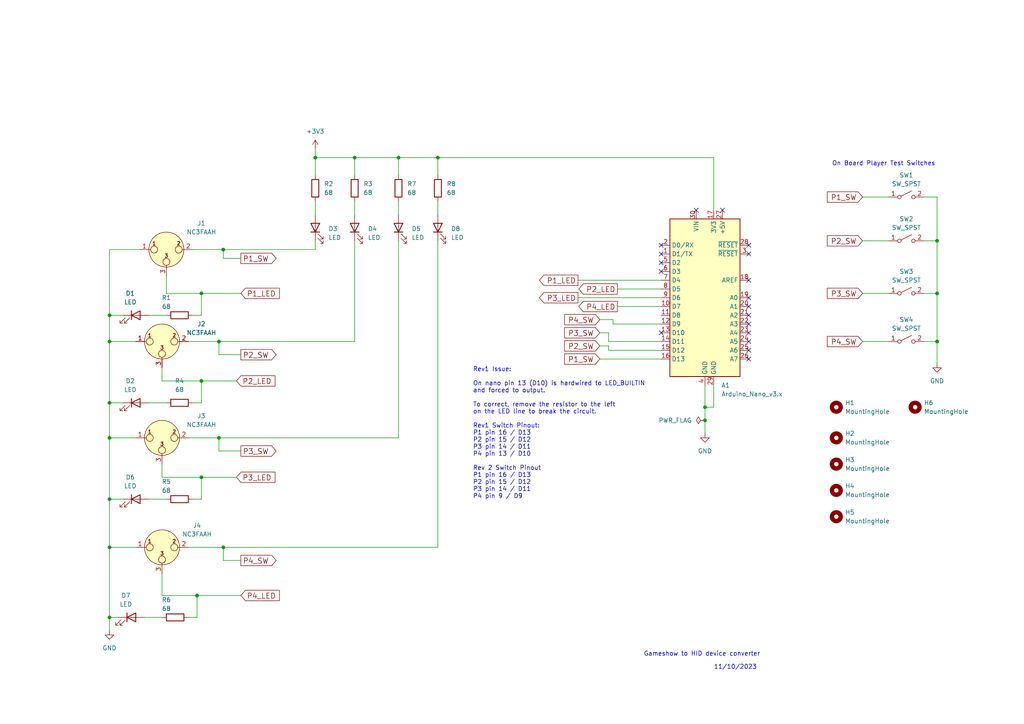
<source format=kicad_sch>
(kicad_sch (version 20230121) (generator eeschema)
  (paper "A4")
  (lib_symbols
    (symbol "Connector_Audio:NC3FAAH" (pin_names hide)
      (property "Reference" "J" (at 0 8.89 0))
      (property "Value" "NC3FAAH" (at 0 6.35 0))
      (symbol "NC3FAAH_0_1"
        (circle (center -3.556 0) (radius 1.016))
        (circle (center 0 -3.556) (radius 1.016))
        (polyline (pts (xy -5.08 0) (xy -4.572 0)))
        (polyline (pts (xy 0 -5.08) (xy 0 -4.572)))
        (polyline (pts (xy 5.08 0) (xy 4.572 0)))
        (circle (center 0 0) (radius 5.08) (fill (type background)))
        (circle (center 3.556 0) (radius 1.016))
        (text "1" (at -3.556 1.778 0) (effects (font (size 1.016 1.016) bold)))
        (text "2" (at 3.556 1.778 0) (effects (font (size 1.016 1.016) bold)))
        (text "3" (at 0 -1.778 0) (effects (font (size 1.016 1.016) bold)))
        (pin passive line (at -7.62 0 0) (length 2.54) (name "~") (number "1"))
        (pin passive line (at 7.62 0 180) (length 2.54) (name "~") (number "2"))
        (pin passive line (at 0 -7.62 90) (length 2.54) (name "~") (number "3"))
      )
    )
    (symbol "Device:LED" (pin_numbers hide) (pin_names (offset 1.016) hide)
      (property "Reference" "D" (at 0 2.54 0))
      (property "Value" "LED" (at 0 -2.54 0))
      (symbol "LED_0_1"
        (polyline (pts (xy -1.27 -1.27) (xy -1.27 1.27)) (stroke (width 0.254)))
        (polyline (pts (xy -1.27 0) (xy 1.27 0)))
        (polyline (pts (xy 1.27 -1.27) (xy 1.27 1.27) (xy -1.27 0) (xy 1.27 -1.27)) (stroke (width 0.254)))
        (polyline (pts (xy -3.048 -0.762) (xy -4.572 -2.286) (xy -3.81 -2.286) (xy -4.572 -2.286) (xy -4.572 -1.524)))
        (polyline (pts (xy -1.778 -0.762) (xy -3.302 -2.286) (xy -2.54 -2.286) (xy -3.302 -2.286) (xy -3.302 -1.524)))
      )
      (symbol "LED_1_1"
        (pin passive line (at -3.81 0 0) (length 2.54) (name "K") (number "1"))
        (pin passive line (at 3.81 0 180) (length 2.54) (name "A") (number "2"))
      )
    )
    (symbol "Device:R" (pin_numbers hide) (pin_names (offset 0))
      (property "Reference" "R" (at 2.032 0 90))
      (property "Value" "R" (at 0 0 90))
      (symbol "R_0_1"
        (rectangle (start -1.016 -2.54) (end 1.016 2.54) (stroke (width 0.254)))
      )
      (symbol "R_1_1"
        (pin passive line (at 0 3.81 270) (length 1.27) (name "~") (number "1"))
        (pin passive line (at 0 -3.81 90) (length 1.27) (name "~") (number "2"))
      )
    )
    (symbol "MCU_Module:Arduino_Nano_v3.x"
      (property "Reference" "A" (at -10.16 23.495 0))
      (property "Value" "Arduino_Nano_v3.x" (at 5.08 -24.13 0))
      (symbol "Arduino_Nano_v3.x_0_1"
        (rectangle (start -10.16 22.86) (end 10.16 -22.86) (stroke (width 0.254)) (fill (type background)))
      )
      (symbol "Arduino_Nano_v3.x_1_1"
        (pin bidirectional line (at -12.7 12.7 0) (length 2.54) (name "D1/TX") (number "1"))
        (pin bidirectional line (at -12.7 -2.54 0) (length 2.54) (name "D7") (number "10"))
        (pin bidirectional line (at -12.7 -5.08 0) (length 2.54) (name "D8") (number "11"))
        (pin bidirectional line (at -12.7 -7.62 0) (length 2.54) (name "D9") (number "12"))
        (pin bidirectional line (at -12.7 -10.16 0) (length 2.54) (name "D10") (number "13"))
        (pin bidirectional line (at -12.7 -12.7 0) (length 2.54) (name "D11") (number "14"))
        (pin bidirectional line (at -12.7 -15.24 0) (length 2.54) (name "D12") (number "15"))
        (pin bidirectional line (at -12.7 -17.78 0) (length 2.54) (name "D13") (number "16"))
        (pin power_out line (at 2.54 25.4 270) (length 2.54) (name "3V3") (number "17"))
        (pin input line (at 12.7 5.08 180) (length 2.54) (name "AREF") (number "18"))
        (pin bidirectional line (at 12.7 0 180) (length 2.54) (name "A0") (number "19"))
        (pin bidirectional line (at -12.7 15.24 0) (length 2.54) (name "D0/RX") (number "2"))
        (pin bidirectional line (at 12.7 -2.54 180) (length 2.54) (name "A1") (number "20"))
        (pin bidirectional line (at 12.7 -5.08 180) (length 2.54) (name "A2") (number "21"))
        (pin bidirectional line (at 12.7 -7.62 180) (length 2.54) (name "A3") (number "22"))
        (pin bidirectional line (at 12.7 -10.16 180) (length 2.54) (name "A4") (number "23"))
        (pin bidirectional line (at 12.7 -12.7 180) (length 2.54) (name "A5") (number "24"))
        (pin bidirectional line (at 12.7 -15.24 180) (length 2.54) (name "A6") (number "25"))
        (pin bidirectional line (at 12.7 -17.78 180) (length 2.54) (name "A7") (number "26"))
        (pin power_out line (at 5.08 25.4 270) (length 2.54) (name "+5V") (number "27"))
        (pin input line (at 12.7 15.24 180) (length 2.54) (name "~{RESET}") (number "28"))
        (pin power_in line (at 2.54 -25.4 90) (length 2.54) (name "GND") (number "29"))
        (pin input line (at 12.7 12.7 180) (length 2.54) (name "~{RESET}") (number "3"))
        (pin power_in line (at -2.54 25.4 270) (length 2.54) (name "VIN") (number "30"))
        (pin power_in line (at 0 -25.4 90) (length 2.54) (name "GND") (number "4"))
        (pin bidirectional line (at -12.7 10.16 0) (length 2.54) (name "D2") (number "5"))
        (pin bidirectional line (at -12.7 7.62 0) (length 2.54) (name "D3") (number "6"))
        (pin bidirectional line (at -12.7 5.08 0) (length 2.54) (name "D4") (number "7"))
        (pin bidirectional line (at -12.7 2.54 0) (length 2.54) (name "D5") (number "8"))
        (pin bidirectional line (at -12.7 0 0) (length 2.54) (name "D6") (number "9"))
      )
    )
    (symbol "Mechanical:MountingHole" (pin_names (offset 1.016))
      (property "Reference" "H" (at 0 5.08 0))
      (property "Value" "MountingHole" (at 0 3.175 0))
      (symbol "MountingHole_0_1"
        (circle (center 0 0) (radius 1.27) (stroke (width 1.27)))
      )
    )
    (symbol "Switch:SW_SPST" (pin_names (offset 0) hide)
      (property "Reference" "SW" (at 0 3.175 0))
      (property "Value" "SW_SPST" (at 0 -2.54 0))
      (symbol "SW_SPST_0_0"
        (circle (center -2.032 0) (radius 0.508))
        (polyline (pts (xy -1.524 0.254) (xy 1.524 1.778)))
        (circle (center 2.032 0) (radius 0.508))
      )
      (symbol "SW_SPST_1_1"
        (pin passive line (at -5.08 0 0) (length 2.54) (name "A") (number "1"))
        (pin passive line (at 5.08 0 180) (length 2.54) (name "B") (number "2"))
      )
    )
    (symbol "power:+3V3" (power) (pin_names (offset 0))
      (property "Value" "+3V3" (at 0 3.556 0))
      (symbol "+3V3_0_1"
        (polyline (pts (xy -0.762 1.27) (xy 0 2.54)))
        (polyline (pts (xy 0 0) (xy 0 2.54)))
        (polyline (pts (xy 0 2.54) (xy 0.762 1.27)))
      )
      (symbol "+3V3_1_1"
        (pin power_in line (at 0 0 90) (length 0) hide (name "+3V3") (number "1"))
      )
    )
    (symbol "power:GND" (power) (pin_names (offset 0))
      (property "Value" "GND" (at 0 -3.81 0))
      (symbol "GND_0_1"
        (polyline (pts (xy 0 0) (xy 0 -1.27) (xy 1.27 -1.27) (xy 0 -2.54) (xy -1.27 -1.27) (xy 0 -1.27)))
      )
      (symbol "GND_1_1"
        (pin power_in line (at 0 0 270) (length 0) hide (name "GND") (number "1"))
      )
    )
    (symbol "power:PWR_FLAG" (power) (pin_numbers hide) (pin_names (offset 0) hide)
      (property "Value" "PWR_FLAG" (at 0 3.81 0))
      (symbol "PWR_FLAG_0_0"
        (pin power_out line (at 0 0 90) (length 0) (name "pwr") (number "1"))
      )
      (symbol "PWR_FLAG_0_1"
        (polyline (pts (xy 0 0) (xy 0 1.27) (xy -1.016 1.905) (xy 0 2.54) (xy 1.016 1.905) (xy 0 1.27)))
      )
    )
  )
  (junction (at 31.75 91.44))
  (junction (at 31.75 127))
  (junction (at 204.47 121.92))
  (junction (at 58.42 85.09))
  (junction (at 31.75 99.06))
  (junction (at 58.42 110.49))
  (junction (at 64.77 158.75))
  (junction (at 31.75 144.78))
  (junction (at 271.78 85.09))
  (junction (at 271.78 99.06))
  (junction (at 127 45.72))
  (junction (at 57.15 172.72))
  (junction (at 58.42 138.43))
  (junction (at 63.5 127))
  (junction (at 31.75 116.84))
  (junction (at 102.87 45.72))
  (junction (at 31.75 158.75))
  (junction (at 204.47 118.11))
  (junction (at 64.77 72.39))
  (junction (at 271.78 69.85))
  (junction (at 115.57 45.72))
  (junction (at 91.44 45.72))
  (junction (at 31.75 179.07))
  (junction (at 63.5 99.06))
  (no_connect (at 217.17 91.44))
  (no_connect (at 191.77 73.66))
  (no_connect (at 201.93 60.96))
  (no_connect (at 191.77 76.2))
  (no_connect (at 217.17 96.52))
  (no_connect (at 217.17 86.36))
  (no_connect (at 191.77 78.74))
  (no_connect (at 217.17 93.98))
  (no_connect (at 209.55 60.96))
  (no_connect (at 217.17 71.12))
  (no_connect (at 217.17 99.06))
  (no_connect (at 217.17 81.28))
  (no_connect (at 191.77 96.52))
  (no_connect (at 217.17 73.66))
  (no_connect (at 217.17 88.9))
  (no_connect (at 217.17 101.6))
  (no_connect (at 217.17 104.14))
  (no_connect (at 191.77 71.12))
  (wire (pts (xy 35.56 116.84) (xy 31.75 116.84)))
  (wire (pts (xy 69.85 85.09) (xy 58.42 85.09)))
  (wire (pts (xy 31.75 127) (xy 31.75 144.78)))
  (wire (pts (xy 31.75 72.39) (xy 40.64 72.39)))
  (wire (pts (xy 35.56 144.78) (xy 31.75 144.78)))
  (wire (pts (xy 64.77 72.39) (xy 91.44 72.39)))
  (wire (pts (xy 102.87 45.72) (xy 102.87 50.8)))
  (wire (pts (xy 31.75 91.44) (xy 31.75 99.06)))
  (wire (pts (xy 250.19 99.06) (xy 257.81 99.06)))
  (wire (pts (xy 31.75 72.39) (xy 31.75 91.44)))
  (wire (pts (xy 58.42 85.09) (xy 58.42 91.44)))
  (wire (pts (xy 63.5 130.81) (xy 63.5 127)))
  (wire (pts (xy 127 58.42) (xy 127 62.23)))
  (wire (pts (xy 115.57 45.72) (xy 127 45.72)))
  (wire (pts (xy 271.78 99.06) (xy 271.78 85.09)))
  (wire (pts (xy 207.01 118.11) (xy 204.47 118.11)))
  (wire (pts (xy 91.44 45.72) (xy 91.44 50.8)))
  (wire (pts (xy 63.5 102.87) (xy 63.5 99.06)))
  (wire (pts (xy 31.75 158.75) (xy 39.37 158.75)))
  (wire (pts (xy 271.78 57.15) (xy 267.97 57.15)))
  (wire (pts (xy 127 45.72) (xy 207.01 45.72)))
  (wire (pts (xy 31.75 99.06) (xy 39.37 99.06)))
  (wire (pts (xy 46.99 172.72) (xy 57.15 172.72)))
  (wire (pts (xy 91.44 58.42) (xy 91.44 62.23)))
  (wire (pts (xy 63.5 99.06) (xy 102.87 99.06)))
  (wire (pts (xy 58.42 110.49) (xy 58.42 116.84)))
  (wire (pts (xy 127 45.72) (xy 127 50.8)))
  (wire (pts (xy 48.26 144.78) (xy 43.18 144.78)))
  (wire (pts (xy 115.57 127) (xy 115.57 69.85)))
  (wire (pts (xy 91.44 45.72) (xy 102.87 45.72)))
  (wire (pts (xy 58.42 138.43) (xy 58.42 144.78)))
  (wire (pts (xy 176.53 100.33) (xy 173.99 100.33)))
  (wire (pts (xy 58.42 144.78) (xy 55.88 144.78)))
  (wire (pts (xy 207.01 111.76) (xy 207.01 118.11)))
  (wire (pts (xy 204.47 118.11) (xy 204.47 121.92)))
  (wire (pts (xy 191.77 83.82) (xy 179.07 83.82)))
  (wire (pts (xy 115.57 58.42) (xy 115.57 62.23)))
  (wire (pts (xy 55.88 72.39) (xy 64.77 72.39)))
  (wire (pts (xy 58.42 85.09) (xy 48.26 85.09)))
  (wire (pts (xy 191.77 101.6) (xy 176.53 101.6)))
  (wire (pts (xy 91.44 43.18) (xy 91.44 45.72)))
  (wire (pts (xy 54.61 127) (xy 63.5 127)))
  (wire (pts (xy 64.77 74.93) (xy 64.77 72.39)))
  (wire (pts (xy 48.26 116.84) (xy 43.18 116.84)))
  (wire (pts (xy 54.61 99.06) (xy 63.5 99.06)))
  (wire (pts (xy 204.47 121.92) (xy 204.47 125.73)))
  (wire (pts (xy 57.15 179.07) (xy 54.61 179.07)))
  (wire (pts (xy 267.97 85.09) (xy 271.78 85.09)))
  (wire (pts (xy 31.75 144.78) (xy 31.75 158.75)))
  (wire (pts (xy 54.61 158.75) (xy 64.77 158.75)))
  (wire (pts (xy 57.15 172.72) (xy 69.85 172.72)))
  (wire (pts (xy 102.87 45.72) (xy 115.57 45.72)))
  (wire (pts (xy 102.87 99.06) (xy 102.87 69.85)))
  (wire (pts (xy 31.75 127) (xy 39.37 127)))
  (wire (pts (xy 46.99 166.37) (xy 46.99 172.72)))
  (wire (pts (xy 191.77 104.14) (xy 173.99 104.14)))
  (wire (pts (xy 46.99 179.07) (xy 41.91 179.07)))
  (wire (pts (xy 46.99 138.43) (xy 58.42 138.43)))
  (wire (pts (xy 267.97 99.06) (xy 271.78 99.06)))
  (wire (pts (xy 176.53 101.6) (xy 176.53 100.33)))
  (wire (pts (xy 31.75 116.84) (xy 31.75 127)))
  (wire (pts (xy 46.99 110.49) (xy 58.42 110.49)))
  (wire (pts (xy 58.42 138.43) (xy 68.58 138.43)))
  (wire (pts (xy 46.99 106.68) (xy 46.99 110.49)))
  (wire (pts (xy 46.99 134.62) (xy 46.99 138.43)))
  (wire (pts (xy 31.75 99.06) (xy 31.75 116.84)))
  (wire (pts (xy 177.8 92.71) (xy 177.8 93.98)))
  (wire (pts (xy 191.77 99.06) (xy 176.53 99.06)))
  (wire (pts (xy 64.77 158.75) (xy 127 158.75)))
  (wire (pts (xy 69.85 74.93) (xy 64.77 74.93)))
  (wire (pts (xy 102.87 58.42) (xy 102.87 62.23)))
  (wire (pts (xy 176.53 96.52) (xy 173.99 96.52)))
  (wire (pts (xy 271.78 85.09) (xy 271.78 69.85)))
  (wire (pts (xy 69.85 102.87) (xy 63.5 102.87)))
  (wire (pts (xy 177.8 92.71) (xy 173.99 92.71)))
  (wire (pts (xy 48.26 85.09) (xy 48.26 80.01)))
  (wire (pts (xy 57.15 172.72) (xy 57.15 179.07)))
  (wire (pts (xy 204.47 111.76) (xy 204.47 118.11)))
  (wire (pts (xy 250.19 57.15) (xy 257.81 57.15)))
  (wire (pts (xy 69.85 162.56) (xy 64.77 162.56)))
  (wire (pts (xy 177.8 93.98) (xy 191.77 93.98)))
  (wire (pts (xy 58.42 91.44) (xy 55.88 91.44)))
  (wire (pts (xy 31.75 179.07) (xy 31.75 182.88)))
  (wire (pts (xy 34.29 179.07) (xy 31.75 179.07)))
  (wire (pts (xy 115.57 45.72) (xy 115.57 50.8)))
  (wire (pts (xy 91.44 72.39) (xy 91.44 69.85)))
  (wire (pts (xy 35.56 91.44) (xy 31.75 91.44)))
  (wire (pts (xy 58.42 116.84) (xy 55.88 116.84)))
  (wire (pts (xy 271.78 69.85) (xy 271.78 57.15)))
  (wire (pts (xy 31.75 158.75) (xy 31.75 179.07)))
  (wire (pts (xy 167.64 81.28) (xy 191.77 81.28)))
  (wire (pts (xy 176.53 99.06) (xy 176.53 96.52)))
  (wire (pts (xy 179.07 88.9) (xy 191.77 88.9)))
  (wire (pts (xy 64.77 162.56) (xy 64.77 158.75)))
  (wire (pts (xy 127 158.75) (xy 127 69.85)))
  (wire (pts (xy 58.42 110.49) (xy 68.58 110.49)))
  (wire (pts (xy 250.19 85.09) (xy 257.81 85.09)))
  (wire (pts (xy 271.78 105.41) (xy 271.78 99.06)))
  (wire (pts (xy 250.19 69.85) (xy 257.81 69.85)))
  (wire (pts (xy 69.85 130.81) (xy 63.5 130.81)))
  (wire (pts (xy 207.01 45.72) (xy 207.01 60.96)))
  (wire (pts (xy 267.97 69.85) (xy 271.78 69.85)))
  (wire (pts (xy 167.64 86.36) (xy 191.77 86.36)))
  (wire (pts (xy 63.5 127) (xy 115.57 127)))
  (wire (pts (xy 48.26 91.44) (xy 43.18 91.44)))
  (text "On Board Player Test Switches" (at 241.3 48.26 0) (effects (font (size 1.27 1.27)) (justify left bottom)))
  (text "11/10/2023" (at 207.01 194.31 0) (effects (font (size 1.27 1.27)) (justify left bottom)))
  (text "Rev1 Issue:\n\nOn nano pin 13 (D10) is hardwired to LED_BUILTIN\nand forced to output.\n\nTo correct, remove the resistor to the left\non the LED line to break the circuit.\n\nRev1 Switch Pinout:\nP1 pin 16 / D13\nP2 pin 15 / D12\nP3 pin 14 / D11\nP4 pin 13 / D10\n\nRev 2 Switch Pinout\nP1 pin 16 / D13\nP2 pin 15 / D12\nP3 pin 14 / D11\nP4 pin 9 / D9\n" (at 137.16 144.78 0) (effects (font (size 1.27 1.27)) (justify left bottom)))
  (text "Gameshow to HID device converter" (at 186.69 190.5 0) (effects (font (size 1.27 1.27)) (justify left bottom)))
  (global_label "P1_SW" (shape input) (at 173.99 104.14 180) (effects (font (size 1.524 1.524))) (property "Intersheetrefs" "${INTERSHEET_REFS}" (effects hide)))
  (global_label "P1_LED" (shape output) (at 167.64 81.28 180) (effects (font (size 1.524 1.524))) (property "Intersheetrefs" "${INTERSHEET_REFS}" (effects hide)))
  (global_label "P4_LED" (shape output) (at 179.07 88.9 180) (effects (font (size 1.524 1.524))) (property "Intersheetrefs" "${INTERSHEET_REFS}" (effects hide)))
  (global_label "P4_LED" (shape input) (at 69.85 172.72 0) (effects (font (size 1.524 1.524))) (property "Intersheetrefs" "${INTERSHEET_REFS}" (effects hide)))
  (global_label "P3_LED" (shape output) (at 167.64 86.36 180) (effects (font (size 1.524 1.524))) (property "Intersheetrefs" "${INTERSHEET_REFS}" (effects hide)))
  (global_label "P1_LED" (shape input) (at 69.85 85.09 0) (effects (font (size 1.524 1.524))) (property "Intersheetrefs" "${INTERSHEET_REFS}" (effects hide)))
  (global_label "P2_LED" (shape output) (at 179.07 83.82 180) (effects (font (size 1.524 1.524))) (property "Intersheetrefs" "${INTERSHEET_REFS}" (effects hide)))
  (global_label "P4_SW" (shape input) (at 250.19 99.06 180) (effects (font (size 1.524 1.524))) (property "Intersheetrefs" "${INTERSHEET_REFS}" (effects hide)))
  (global_label "P3_SW" (shape input) (at 173.99 96.52 180) (effects (font (size 1.524 1.524))) (property "Intersheetrefs" "${INTERSHEET_REFS}" (effects hide)))
  (global_label "P2_SW" (shape input) (at 250.19 69.85 180) (effects (font (size 1.524 1.524))) (property "Intersheetrefs" "${INTERSHEET_REFS}" (effects hide)))
  (global_label "P4_SW" (shape output) (at 69.85 162.56 0) (effects (font (size 1.524 1.524))) (property "Intersheetrefs" "${INTERSHEET_REFS}" (effects hide)))
  (global_label "P2_SW" (shape input) (at 173.99 100.33 180) (effects (font (size 1.524 1.524))) (property "Intersheetrefs" "${INTERSHEET_REFS}" (effects hide)))
  (global_label "P3_SW" (shape input) (at 250.19 85.09 180) (effects (font (size 1.524 1.524))) (property "Intersheetrefs" "${INTERSHEET_REFS}" (effects hide)))
  (global_label "P2_SW" (shape output) (at 69.85 102.87 0) (effects (font (size 1.524 1.524))) (property "Intersheetrefs" "${INTERSHEET_REFS}" (effects hide)))
  (global_label "P3_SW" (shape output) (at 69.85 130.81 0) (effects (font (size 1.524 1.524))) (property "Intersheetrefs" "${INTERSHEET_REFS}" (effects hide)))
  (global_label "P1_SW" (shape input) (at 250.19 57.15 180) (effects (font (size 1.524 1.524))) (property "Intersheetrefs" "${INTERSHEET_REFS}" (effects hide)))
  (global_label "P1_SW" (shape output) (at 69.85 74.93 0) (effects (font (size 1.524 1.524))) (property "Intersheetrefs" "${INTERSHEET_REFS}" (effects hide)))
  (global_label "P2_LED" (shape input) (at 68.58 110.49 0) (effects (font (size 1.524 1.524))) (property "Intersheetrefs" "${INTERSHEET_REFS}" (effects hide)))
  (global_label "P4_SW" (shape input) (at 173.99 92.71 180) (effects (font (size 1.524 1.524))) (property "Intersheetrefs" "${INTERSHEET_REFS}" (effects hide)))
  (global_label "P3_LED" (shape input) (at 68.58 138.43 0) (effects (font (size 1.524 1.524))) (property "Intersheetrefs" "${INTERSHEET_REFS}" (effects hide)))
  (symbol (lib_id "Mechanical:MountingHole") (at 242.57 142.24 0) (unit 1)
    (property "Reference" "H4" (at 245.11 140.97 0) (effects (justify left)))
    (property "Value" "MountingHole" (at 245.11 143.51 0) (effects (justify left)))
    (property "Footprint" "MountingHole:MountingHole_3.2mm_M3" (effects hide))
  )
  (symbol (lib_id "Mechanical:MountingHole") (at 242.57 134.62 0) (unit 1)
    (property "Reference" "H3" (at 245.11 133.35 0) (effects (justify left)))
    (property "Value" "MountingHole" (at 245.11 135.89 0) (effects (justify left)))
    (property "Footprint" "MountingHole:MountingHole_3.2mm_M3" (effects hide))
  )
  (symbol (lib_id "Device:R") (at 102.87 54.61 0) (unit 1)
    (property "Reference" "R3" (at 105.41 53.34 0) (effects (justify left)))
    (property "Value" "68" (at 105.41 55.88 0) (effects (justify left)))
    (property "Footprint" "Resistor_SMD:R_0805_2012Metric" (effects hide))
  )
  (symbol (lib_id "MCU_Module:Arduino_Nano_v3.x") (at 204.47 86.36 0) (unit 1)
    (property "Reference" "A1" (at 209.2041 111.76 0) (effects (justify left)))
    (property "Value" "Arduino_Nano_v3.x" (at 209.2041 114.3 0) (effects (justify left)))
    (property "Footprint" "Module:Arduino_Nano" (effects hide))
    (property "Datasheet" "http://www.mouser.com/pdfdocs/Gravitech_Arduino_Nano3_0.pdf" (effects hide))
  )
  (symbol (lib_id "Mechanical:MountingHole") (at 242.57 127 0) (unit 1)
    (property "Reference" "H2" (at 245.11 125.73 0) (effects (justify left)))
    (property "Value" "MountingHole" (at 245.11 128.27 0) (effects (justify left)))
    (property "Footprint" "MountingHole:MountingHole_3.2mm_M3" (effects hide))
  )
  (symbol (lib_id "Switch:SW_SPST") (at 262.89 69.85 0) (unit 1)
    (property "Reference" "SW2" (at 262.89 63.5 0))
    (property "Value" "SW_SPST" (at 262.89 66.04 0))
    (property "Footprint" "Button_Switch_SMD:SW_SPST_Omron_B3FS-101xP" (effects hide))
  )
  (symbol (lib_id "power:PWR_FLAG") (at 204.47 121.92 90) (unit 1)
    (property "Reference" "#FLG01" (effects hide))
    (property "Value" "PWR_FLAG" (at 200.66 121.92 90) (effects (justify left)))
  )
  (symbol (lib_id "Switch:SW_SPST") (at 262.89 57.15 0) (unit 1)
    (property "Reference" "SW1" (at 262.89 50.8 0))
    (property "Value" "SW_SPST" (at 262.89 53.34 0))
    (property "Footprint" "Button_Switch_SMD:SW_SPST_Omron_B3FS-101xP" (effects hide))
  )
  (symbol (lib_id "Connector_Audio:NC3FAAH") (at 46.99 99.06 0) (unit 1)
    (property "Reference" "J2" (at 58.42 93.98 0))
    (property "Value" "NC3FAAH" (at 58.42 96.52 0))
    (property "Footprint" "Connector_Audio:Jack_XLR_Neutrik_NC3FAAH_Horizontal" (effects hide))
    (property "Datasheet" "https://www.neutrik.com/en/product/nc3faah" (effects hide))
  )
  (symbol (lib_id "Mechanical:MountingHole") (at 242.57 118.11 0) (unit 1)
    (property "Reference" "H1" (at 245.11 116.84 0) (effects (justify left)))
    (property "Value" "MountingHole" (at 245.11 119.38 0) (effects (justify left)))
    (property "Footprint" "MountingHole:MountingHole_3.2mm_M3" (effects hide))
  )
  (symbol (lib_id "power:GND") (at 271.78 105.41 0) (unit 1)
    (property "Reference" "#PWR03" (effects hide))
    (property "Value" "GND" (at 271.78 110.49 0))
  )
  (symbol (lib_id "Device:LED") (at 39.37 91.44 0) (unit 1)
    (property "Reference" "D1" (at 37.7825 85.09 0))
    (property "Value" "LED" (at 37.7825 87.63 0))
    (property "Footprint" "LED_SMD:LED_0805_2012Metric" (effects hide))
  )
  (symbol (lib_id "Connector_Audio:NC3FAAH") (at 46.99 127 0) (unit 1)
    (property "Reference" "J3" (at 58.42 120.65 0))
    (property "Value" "NC3FAAH" (at 58.42 123.19 0))
    (property "Footprint" "Connector_Audio:Jack_XLR_Neutrik_NC3FAAH_Horizontal" (effects hide))
    (property "Datasheet" "https://www.neutrik.com/en/product/nc3faah" (effects hide))
  )
  (symbol (lib_id "Device:LED") (at 91.44 66.04 90) (unit 1)
    (property "Reference" "D3" (at 95.25 66.3575 90) (effects (justify right)))
    (property "Value" "LED" (at 95.25 68.8975 90) (effects (justify right)))
    (property "Footprint" "LED_SMD:LED_0805_2012Metric" (effects hide))
  )
  (symbol (lib_id "Connector_Audio:NC3FAAH") (at 46.99 158.75 0) (unit 1)
    (property "Reference" "J4" (at 57.15 152.4 0))
    (property "Value" "NC3FAAH" (at 57.15 154.94 0))
    (property "Footprint" "Connector_Audio:Jack_XLR_Neutrik_NC3FAAH_Horizontal" (effects hide))
    (property "Datasheet" "https://www.neutrik.com/en/product/nc3faah" (effects hide))
  )
  (symbol (lib_id "Device:LED") (at 127 66.04 90) (unit 1)
    (property "Reference" "D8" (at 130.81 66.3575 90) (effects (justify right)))
    (property "Value" "LED" (at 130.81 68.8975 90) (effects (justify right)))
    (property "Footprint" "LED_SMD:LED_0805_2012Metric" (effects hide))
  )
  (symbol (lib_id "Device:R") (at 52.07 91.44 90) (unit 1)
    (property "Reference" "R1" (at 48.26 86.36 90))
    (property "Value" "68" (at 48.26 88.9 90))
    (property "Footprint" "Resistor_SMD:R_0805_2012Metric" (effects hide))
  )
  (symbol (lib_id "power:GND") (at 204.47 125.73 0) (unit 1)
    (property "Reference" "#PWR04" (effects hide))
    (property "Value" "GND" (at 204.47 130.81 0))
  )
  (symbol (lib_id "Switch:SW_SPST") (at 262.89 99.06 0) (unit 1)
    (property "Reference" "SW4" (at 262.89 92.71 0))
    (property "Value" "SW_SPST" (at 262.89 95.25 0))
    (property "Footprint" "Button_Switch_SMD:SW_SPST_Omron_B3FS-101xP" (effects hide))
  )
  (symbol (lib_id "Device:R") (at 115.57 54.61 0) (unit 1)
    (property "Reference" "R7" (at 118.11 53.34 0) (effects (justify left)))
    (property "Value" "68" (at 118.11 55.88 0) (effects (justify left)))
    (property "Footprint" "Resistor_SMD:R_0805_2012Metric" (effects hide))
  )
  (symbol (lib_id "Device:LED") (at 39.37 144.78 0) (unit 1)
    (property "Reference" "D6" (at 37.7825 138.43 0))
    (property "Value" "LED" (at 37.7825 140.97 0))
    (property "Footprint" "LED_SMD:LED_0805_2012Metric" (effects hide))
  )
  (symbol (lib_id "Connector_Audio:NC3FAAH") (at 48.26 72.39 0) (unit 1)
    (property "Reference" "J1" (at 58.42 64.77 0))
    (property "Value" "NC3FAAH" (at 58.42 67.31 0))
    (property "Footprint" "Connector_Audio:Jack_XLR_Neutrik_NC3FAAH_Horizontal" (effects hide))
    (property "Datasheet" "https://www.neutrik.com/en/product/nc3faah" (effects hide))
  )
  (symbol (lib_id "Device:LED") (at 38.1 179.07 0) (unit 1)
    (property "Reference" "D7" (at 36.5125 172.72 0))
    (property "Value" "LED" (at 36.5125 175.26 0))
    (property "Footprint" "LED_SMD:LED_0805_2012Metric" (effects hide))
  )
  (symbol (lib_id "Device:LED") (at 102.87 66.04 90) (unit 1)
    (property "Reference" "D4" (at 106.68 66.3575 90) (effects (justify right)))
    (property "Value" "LED" (at 106.68 68.8975 90) (effects (justify right)))
    (property "Footprint" "LED_SMD:LED_0805_2012Metric" (effects hide))
  )
  (symbol (lib_id "Device:R") (at 127 54.61 0) (unit 1)
    (property "Reference" "R8" (at 129.54 53.34 0) (effects (justify left)))
    (property "Value" "68" (at 129.54 55.88 0) (effects (justify left)))
    (property "Footprint" "Resistor_SMD:R_0805_2012Metric" (effects hide))
  )
  (symbol (lib_id "Mechanical:MountingHole") (at 265.43 118.11 0) (unit 1)
    (property "Reference" "H6" (at 267.97 116.84 0) (effects (justify left)))
    (property "Value" "MountingHole" (at 267.97 119.38 0) (effects (justify left)))
    (property "Footprint" "MountingHole:MountingHole_3.2mm_M3" (effects hide))
  )
  (symbol (lib_id "Device:R") (at 52.07 144.78 90) (unit 1)
    (property "Reference" "R5" (at 48.26 139.7 90))
    (property "Value" "68" (at 48.26 142.24 90))
    (property "Footprint" "Resistor_SMD:R_0805_2012Metric" (effects hide))
  )
  (symbol (lib_id "Mechanical:MountingHole") (at 242.57 149.86 0) (unit 1)
    (property "Reference" "H5" (at 245.11 148.59 0) (effects (justify left)))
    (property "Value" "MountingHole" (at 245.11 151.13 0) (effects (justify left)))
    (property "Footprint" "MountingHole:MountingHole_3.2mm_M3" (effects hide))
  )
  (symbol (lib_id "Device:R") (at 52.07 116.84 90) (unit 1)
    (property "Reference" "R4" (at 52.07 110.49 90))
    (property "Value" "68" (at 52.07 113.03 90))
    (property "Footprint" "Resistor_SMD:R_0805_2012Metric" (effects hide))
  )
  (symbol (lib_id "power:+3V3") (at 91.44 43.18 0) (unit 1)
    (property "Reference" "#PWR02" (effects hide))
    (property "Value" "+3V3" (at 91.44 38.1 0))
  )
  (symbol (lib_id "Device:LED") (at 39.37 116.84 0) (unit 1)
    (property "Reference" "D2" (at 37.7825 110.49 0))
    (property "Value" "LED" (at 37.7825 113.03 0))
    (property "Footprint" "LED_SMD:LED_0805_2012Metric" (effects hide))
  )
  (symbol (lib_id "Device:LED") (at 115.57 66.04 90) (unit 1)
    (property "Reference" "D5" (at 119.38 66.3575 90) (effects (justify right)))
    (property "Value" "LED" (at 119.38 68.8975 90) (effects (justify right)))
    (property "Footprint" "LED_SMD:LED_0805_2012Metric" (effects hide))
  )
  (symbol (lib_id "Device:R") (at 91.44 54.61 0) (unit 1)
    (property "Reference" "R2" (at 93.98 53.34 0) (effects (justify left)))
    (property "Value" "68" (at 93.98 55.88 0) (effects (justify left)))
    (property "Footprint" "Resistor_SMD:R_0805_2012Metric" (effects hide))
  )
  (symbol (lib_id "Device:R") (at 50.8 179.07 90) (unit 1)
    (property "Reference" "R6" (at 48.26 173.99 90))
    (property "Value" "68" (at 48.26 176.53 90))
    (property "Footprint" "Resistor_SMD:R_0805_2012Metric" (effects hide))
  )
  (symbol (lib_id "Switch:SW_SPST") (at 262.89 85.09 0) (unit 1)
    (property "Reference" "SW3" (at 262.89 78.74 0))
    (property "Value" "SW_SPST" (at 262.89 81.28 0))
    (property "Footprint" "Button_Switch_SMD:SW_SPST_Omron_B3FS-101xP" (effects hide))
  )
  (symbol (lib_id "power:GND") (at 31.75 182.88 0) (unit 1)
    (property "Reference" "#PWR01" (effects hide))
    (property "Value" "GND" (at 31.75 187.96 0))
  )
)
</source>
